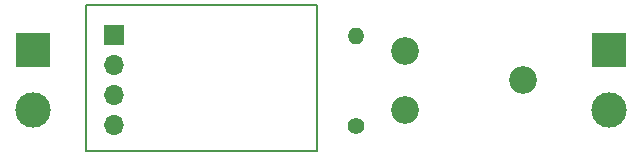
<source format=gts>
G04 #@! TF.GenerationSoftware,KiCad,Pcbnew,(6.0.6)*
G04 #@! TF.CreationDate,2022-08-07T08:43:24+02:00*
G04 #@! TF.ProjectId,Stepdown led board,53746570-646f-4776-9e20-6c656420626f,rev?*
G04 #@! TF.SameCoordinates,Original*
G04 #@! TF.FileFunction,Soldermask,Top*
G04 #@! TF.FilePolarity,Negative*
%FSLAX46Y46*%
G04 Gerber Fmt 4.6, Leading zero omitted, Abs format (unit mm)*
G04 Created by KiCad (PCBNEW (6.0.6)) date 2022-08-07 08:43:24*
%MOMM*%
%LPD*%
G01*
G04 APERTURE LIST*
%ADD10C,0.200000*%
%ADD11R,1.700000X1.700000*%
%ADD12O,1.700000X1.700000*%
%ADD13R,3.000000X3.000000*%
%ADD14C,3.000000*%
%ADD15C,2.340000*%
%ADD16C,1.400000*%
%ADD17O,1.400000X1.400000*%
G04 APERTURE END LIST*
D10*
X29379071Y-23000000D02*
X48949597Y-23000000D01*
X48949597Y-23000000D02*
X48949597Y-35406103D01*
X48949597Y-35406103D02*
X29379071Y-35406103D01*
X29379071Y-35406103D02*
X29379071Y-23000000D01*
D11*
X31703356Y-25558197D03*
D12*
X31703356Y-28098197D03*
X31703356Y-30638197D03*
X31703356Y-33178197D03*
D13*
X73660000Y-26805658D03*
D14*
X73660000Y-31885658D03*
D15*
X56357990Y-31904773D03*
X66357990Y-29404773D03*
X56357990Y-26904773D03*
D13*
X24867173Y-26807237D03*
D14*
X24867173Y-31887237D03*
D16*
X52209295Y-33239773D03*
D17*
X52209295Y-25619773D03*
M02*

</source>
